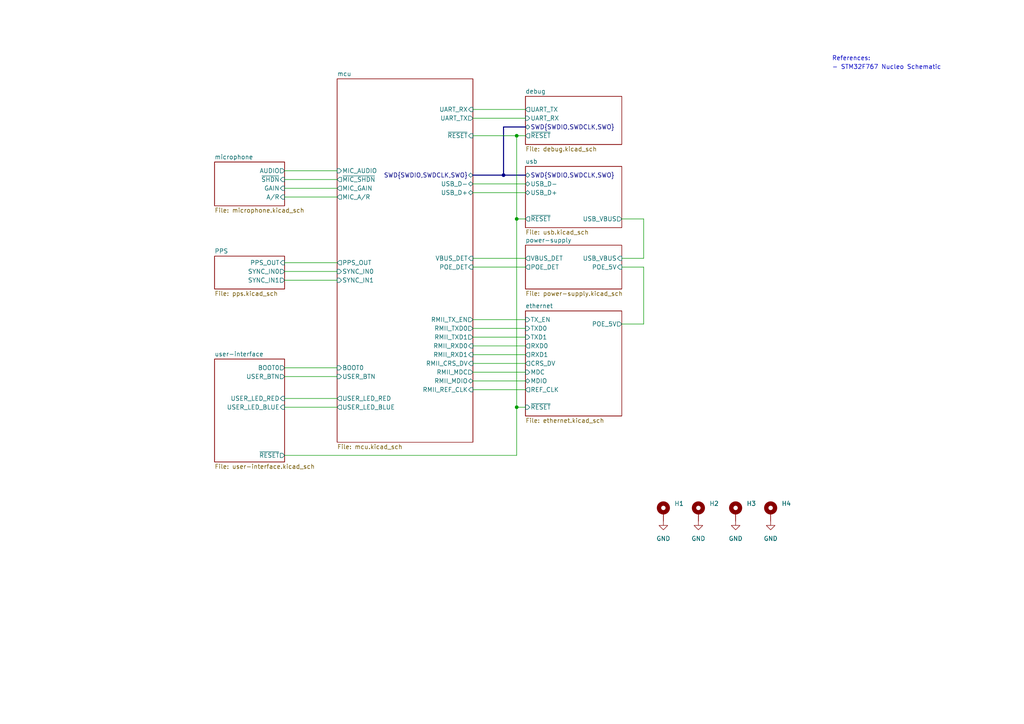
<source format=kicad_sch>
(kicad_sch (version 20230121) (generator eeschema)
  (paper "A4")
  (lib_symbols
    (symbol "Mechanical:MountingHole_Pad" (pin_numbers hide) (pin_names (offset 1.016) hide)
      (property "Reference" "H" (at 0 6.35 0))
      (property "Value" "MountingHole_Pad" (at 0 4.445 0))
      (symbol "MountingHole_Pad_0_1"
        (circle (center 0 1.27) (radius 1.27) (stroke (width 1.27)))
      )
      (symbol "MountingHole_Pad_1_1"
        (pin input line (at 0 -2.54 90) (length 2.54) (name "1") (number "1"))
      )
    )
    (symbol "power:GND" (power) (pin_names (offset 0))
      (property "Value" "GND" (at 0 -3.81 0))
      (symbol "GND_0_1"
        (polyline (pts (xy 0 0) (xy 0 -1.27) (xy 1.27 -1.27) (xy 0 -2.54) (xy -1.27 -1.27) (xy 0 -1.27)))
      )
      (symbol "GND_1_1"
        (pin power_in line (at 0 0 270) (length 0) hide (name "GND") (number "1"))
      )
    )
  )
  (junction (at 146.05 50.8))
  (junction (at 149.86 39.37))
  (junction (at 149.86 63.5))
  (junction (at 149.86 118.11))
  (wire (pts (xy 82.55 109.22) (xy 97.79 109.22)))
  (wire (pts (xy 137.16 95.25) (xy 152.4 95.25)))
  (wire (pts (xy 82.55 54.61) (xy 97.79 54.61)))
  (wire (pts (xy 149.86 63.5) (xy 149.86 118.11)))
  (wire (pts (xy 137.16 39.37) (xy 149.86 39.37)))
  (bus (pts (xy 146.05 50.8) (xy 146.05 36.83)))
  (wire (pts (xy 82.55 49.53) (xy 97.79 49.53)))
  (wire (pts (xy 137.16 55.88) (xy 152.4 55.88)))
  (wire (pts (xy 149.86 118.11) (xy 152.4 118.11)))
  (wire (pts (xy 137.16 113.03) (xy 152.4 113.03)))
  (wire (pts (xy 180.34 93.98) (xy 186.69 93.98)))
  (wire (pts (xy 137.16 110.49) (xy 152.4 110.49)))
  (wire (pts (xy 137.16 34.29) (xy 152.4 34.29)))
  (wire (pts (xy 137.16 77.47) (xy 152.4 77.47)))
  (wire (pts (xy 149.86 39.37) (xy 149.86 63.5)))
  (wire (pts (xy 82.55 81.28) (xy 97.79 81.28)))
  (wire (pts (xy 137.16 105.41) (xy 152.4 105.41)))
  (wire (pts (xy 137.16 74.93) (xy 152.4 74.93)))
  (wire (pts (xy 137.16 92.71) (xy 152.4 92.71)))
  (wire (pts (xy 149.86 63.5) (xy 152.4 63.5)))
  (wire (pts (xy 82.55 106.68) (xy 97.79 106.68)))
  (wire (pts (xy 137.16 100.33) (xy 152.4 100.33)))
  (wire (pts (xy 137.16 97.79) (xy 152.4 97.79)))
  (wire (pts (xy 137.16 102.87) (xy 152.4 102.87)))
  (wire (pts (xy 82.55 76.2) (xy 97.79 76.2)))
  (wire (pts (xy 180.34 63.5) (xy 186.69 63.5)))
  (wire (pts (xy 82.55 57.15) (xy 97.79 57.15)))
  (bus (pts (xy 146.05 50.8) (xy 152.4 50.8)))
  (wire (pts (xy 137.16 53.34) (xy 152.4 53.34)))
  (bus (pts (xy 146.05 36.83) (xy 152.4 36.83)))
  (wire (pts (xy 82.55 52.07) (xy 97.79 52.07)))
  (wire (pts (xy 152.4 39.37) (xy 149.86 39.37)))
  (wire (pts (xy 82.55 132.08) (xy 149.86 132.08)))
  (wire (pts (xy 186.69 63.5) (xy 186.69 74.93)))
  (bus (pts (xy 137.16 50.8) (xy 146.05 50.8)))
  (wire (pts (xy 186.69 93.98) (xy 186.69 77.47)))
  (wire (pts (xy 149.86 132.08) (xy 149.86 118.11)))
  (wire (pts (xy 137.16 107.95) (xy 152.4 107.95)))
  (wire (pts (xy 186.69 77.47) (xy 180.34 77.47)))
  (wire (pts (xy 186.69 74.93) (xy 180.34 74.93)))
  (wire (pts (xy 82.55 118.11) (xy 97.79 118.11)))
  (wire (pts (xy 82.55 78.74) (xy 97.79 78.74)))
  (wire (pts (xy 82.55 115.57) (xy 97.79 115.57)))
  (wire (pts (xy 137.16 31.75) (xy 152.4 31.75)))
  (text "- STM32F767 Nucleo Schematic" (at 241.3 20.32 0) (effects (font (size 1.27 1.27)) (justify left bottom)))
  (text "References:" (at 241.3 17.78 0) (effects (font (size 1.27 1.27)) (justify left bottom)))
  (symbol (lib_id "power:GND") (at 192.405 151.13 0) (unit 1)
    (property "Reference" "#PWR0102" (effects hide))
    (property "Value" "GND" (at 192.405 156.21 0))
  )
  (symbol (lib_id "Mechanical:MountingHole_Pad") (at 192.405 148.59 0) (unit 1)
    (property "Reference" "H1" (at 195.58 146.05 0) (effects (justify left)))
    (property "Value" "MountingHole_Pad" (effects hide))
    (property "Footprint" "MountingHole:MountingHole_3.2mm_M3_Pad_Via" (effects hide))
  )
  (symbol (lib_id "Mechanical:MountingHole_Pad") (at 223.52 148.59 0) (unit 1)
    (property "Reference" "H4" (at 226.695 146.05 0) (effects (justify left)))
    (property "Value" "MountingHole_Pad" (effects hide))
    (property "Footprint" "MountingHole:MountingHole_3.2mm_M3_Pad_Via" (effects hide))
  )
  (symbol (lib_id "Mechanical:MountingHole_Pad") (at 213.36 148.59 0) (unit 1)
    (property "Reference" "H3" (at 216.535 146.05 0) (effects (justify left)))
    (property "Value" "MountingHole_Pad" (effects hide))
    (property "Footprint" "MountingHole:MountingHole_3.2mm_M3_Pad_Via" (effects hide))
  )
  (symbol (lib_id "power:GND") (at 223.52 151.13 0) (unit 1)
    (property "Reference" "#PWR0105" (effects hide))
    (property "Value" "GND" (at 223.52 156.21 0))
  )
  (symbol (lib_id "power:GND") (at 213.36 151.13 0) (unit 1)
    (property "Reference" "#PWR0104" (effects hide))
    (property "Value" "GND" (at 213.36 156.21 0))
  )
  (symbol (lib_id "power:GND") (at 202.565 151.13 0) (unit 1)
    (property "Reference" "#PWR0103" (effects hide))
    (property "Value" "GND" (at 202.565 156.21 0))
  )
  (symbol (lib_id "Mechanical:MountingHole_Pad") (at 202.565 148.59 0) (unit 1)
    (property "Reference" "H2" (at 205.74 146.05 0) (effects (justify left)))
    (property "Value" "MountingHole_Pad" (effects hide))
    (property "Footprint" "MountingHole:MountingHole_3.2mm_M3_Pad_Via" (effects hide))
  )
  (sheet (at 62.23 104.14) (size 20.32 29.845) (stroke (width 0.1524))
    (property "Sheetname" "user-interface" (at 62.23 103.4284 0) (effects (justify left bottom)))
    (property "Sheetfile" "user-interface.kicad_sch" (at 62.23 134.5696 0) (effects (justify left top)))
    (pin "BOOT0" output (at 82.55 106.68 0))
    (pin "USER_BTN" output (at 82.55 109.22 0))
    (pin "~{RESET}" output (at 82.55 132.08 0))
    (pin "USER_LED_RED" input (at 82.55 115.57 0))
    (pin "USER_LED_BLUE" input (at 82.55 118.11 0))
  )
  (sheet (at 152.4 71.12) (size 27.94 12.7) (stroke (width 0.1524))
    (property "Sheetname" "power-supply" (at 152.4 70.4084 0) (effects (justify left bottom)))
    (property "Sheetfile" "power-supply.kicad_sch" (at 152.4 84.4046 0) (effects (justify left top)))
    (pin "POE_5V" input (at 180.34 77.47 0))
    (pin "USB_VBUS" input (at 180.34 74.93 0))
    (pin "VBUS_DET" output (at 152.4 74.93 180))
    (pin "POE_DET" output (at 152.4 77.47 180))
  )
  (sheet (at 152.4 48.26) (size 27.94 17.78) (stroke (width 0.1524))
    (property "Sheetname" "usb" (at 152.4 47.5484 0) (effects (justify left bottom)))
    (property "Sheetfile" "usb.kicad_sch" (at 152.4 66.6246 0) (effects (justify left top)))
    (pin "USB_VBUS" output (at 180.34 63.5 0))
    (pin "SWD{SWDIO,SWDCLK,SWO}" bidirectional (at 152.4 50.8 180))
    (pin "USB_D-" bidirectional (at 152.4 53.34 180))
    (pin "USB_D+" bidirectional (at 152.4 55.88 180))
    (pin "~{RESET}" output (at 152.4 63.5 180))
  )
  (sheet (at 62.23 74.295) (size 20.32 9.525) (stroke (width 0.1524))
    (property "Sheetname" "PPS" (at 62.23 73.5834 0) (effects (justify left bottom)))
    (property "Sheetfile" "pps.kicad_sch" (at 62.23 84.4046 0) (effects (justify left top)))
    (pin "PPS_OUT" input (at 82.55 76.2 0))
    (pin "SYNC_IN1" output (at 82.55 81.28 0))
    (pin "SYNC_IN0" output (at 82.55 78.74 0))
  )
  (sheet (at 62.23 46.99) (size 20.32 12.7) (stroke (width 0.1524))
    (property "Sheetname" "microphone" (at 62.23 46.2784 0) (effects (justify left bottom)))
    (property "Sheetfile" "microphone.kicad_sch" (at 62.23 60.2746 0) (effects (justify left top)))
    (pin "A{slash}R" input (at 82.55 57.15 0))
    (pin "AUDIO" output (at 82.55 49.53 0))
    (pin "~{SHDN}" input (at 82.55 52.07 0))
    (pin "GAIN" input (at 82.55 54.61 0))
  )
  (sheet (at 152.4 90.17) (size 27.94 30.48) (stroke (width 0.1524))
    (property "Sheetname" "ethernet" (at 152.4 89.4584 0) (effects (justify left bottom)))
    (property "Sheetfile" "ethernet.kicad_sch" (at 152.4 121.2346 0) (effects (justify left top)))
    (pin "POE_5V" output (at 180.34 93.98 0))
    (pin "~{RESET}" input (at 152.4 118.11 180))
    (pin "TX_EN" input (at 152.4 92.71 180))
    (pin "REF_CLK" output (at 152.4 113.03 180))
    (pin "MDIO" bidirectional (at 152.4 110.49 180))
    (pin "MDC" input (at 152.4 107.95 180))
    (pin "CRS_DV" output (at 152.4 105.41 180))
    (pin "RXD1" output (at 152.4 102.87 180))
    (pin "RXD0" output (at 152.4 100.33 180))
    (pin "TXD0" input (at 152.4 95.25 180))
    (pin "TXD1" input (at 152.4 97.79 180))
  )
  (sheet (at 152.4 27.94) (size 27.94 13.97) (stroke (width 0.1524))
    (property "Sheetname" "debug" (at 152.4 27.2284 0) (effects (justify left bottom)))
    (property "Sheetfile" "debug.kicad_sch" (at 152.4 42.4946 0) (effects (justify left top)))
    (pin "SWD{SWDIO,SWDCLK,SWO}" bidirectional (at 152.4 36.83 180))
    (pin "UART_RX" input (at 152.4 34.29 180))
    (pin "UART_TX" output (at 152.4 31.75 180))
    (pin "~{RESET}" output (at 152.4 39.37 180))
  )
  (sheet (at 97.79 22.86) (size 39.37 105.41) (stroke (width 0.1524))
    (property "Sheetname" "mcu" (at 97.79 22.1484 0) (effects (justify left bottom)))
    (property "Sheetfile" "mcu.kicad_sch" (at 97.79 128.8546 0) (effects (justify left top)))
    (pin "BOOT0" input (at 97.79 106.68 180))
    (pin "~{RESET}" input (at 137.16 39.37 0))
    (pin "RMII_REF_CLK" input (at 137.16 113.03 0))
    (pin "UART_TX" output (at 137.16 34.29 0))
    (pin "RMII_TX_EN" output (at 137.16 92.71 0))
    (pin "RMII_TXD0" output (at 137.16 95.25 0))
    (pin "UART_RX" input (at 137.16 31.75 0))
    (pin "RMII_RXD0" input (at 137.16 100.33 0))
    (pin "RMII_CRS_DV" input (at 137.16 105.41 0))
    (pin "RMII_RXD1" input (at 137.16 102.87 0))
    (pin "RMII_MDC" output (at 137.16 107.95 0))
    (pin "RMII_TXD1" output (at 137.16 97.79 0))
    (pin "RMII_MDIO" bidirectional (at 137.16 110.49 0))
    (pin "USER_BTN" input (at 97.79 109.22 180))
    (pin "USER_LED_RED" output (at 97.79 115.57 180))
    (pin "VBUS_DET" input (at 137.16 74.93 0))
    (pin "POE_DET" input (at 137.16 77.47 0))
    (pin "SWD{SWDIO,SWDCLK,SWO}" bidirectional (at 137.16 50.8 0))
    (pin "USB_D-" bidirectional (at 137.16 53.34 0))
    (pin "USB_D+" bidirectional (at 137.16 55.88 0))
    (pin "MIC_GAIN" output (at 97.79 54.61 180))
    (pin "MIC_AUDIO" input (at 97.79 49.53 180))
    (pin "~{MIC_SHDN}" output (at 97.79 52.07 180))
    (pin "MIC_A{slash}R" output (at 97.79 57.15 180))
    (pin "PPS_OUT" output (at 97.79 76.2 180))
    (pin "USER_LED_BLUE" output (at 97.79 118.11 180))
    (pin "SYNC_IN0" input (at 97.79 78.74 180))
    (pin "SYNC_IN1" input (at 97.79 81.28 180))
  )
)
</source>
